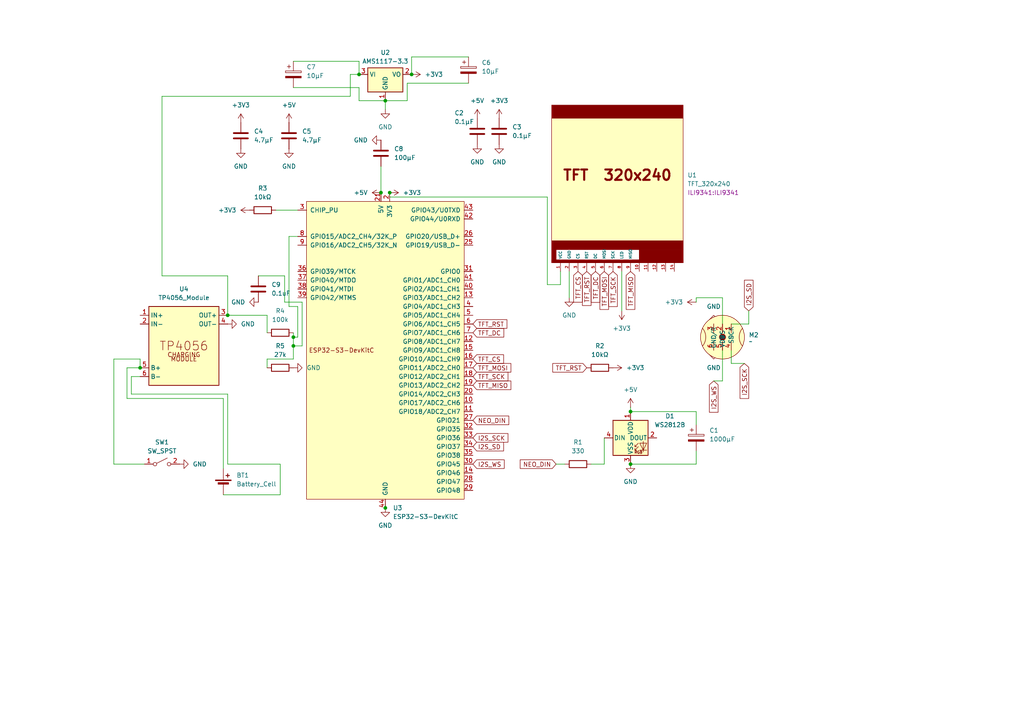
<source format=kicad_sch>
(kicad_sch (version 20231120) (generator "eeschema") (generator_version "8.0")
  (paper "A4")
  (lib_symbols
    (symbol "Device:Battery_Cell" (pin_numbers hide) (pin_names (offset 0) hide)
      (property "Reference" "BT" (at 2.54 2.54 0))
      (property "Value" "Battery_Cell" (at 2.54 0 0))
      (symbol "Battery_Cell_0_1"
        (rectangle (start -2.286 1.778) (end 2.286 1.524) (fill (type outline)))
        (rectangle (start -1.524 1.016) (end 1.524 0.508) (fill (type outline)))
        (polyline (pts (xy 0 0.762) (xy 0 0)))
        (polyline (pts (xy 0 1.778) (xy 0 2.54)))
        (polyline (pts (xy 0.762 3.048) (xy 1.778 3.048)) (stroke (width 0.254)))
        (polyline (pts (xy 1.27 3.556) (xy 1.27 2.54)) (stroke (width 0.254)))
      )
      (symbol "Battery_Cell_1_1"
        (pin passive line (at 0 5.08 270) (length 2.54) (name "+") (number "1"))
        (pin passive line (at 0 -2.54 90) (length 2.54) (name "-") (number "2"))
      )
    )
    (symbol "Device:C" (pin_numbers hide) (pin_names (offset 0.254))
      (property "Reference" "C" (at 0.635 2.54 0))
      (property "Value" "C" (at 0.635 -2.54 0))
      (symbol "C_0_1"
        (polyline (pts (xy -2.032 -0.762) (xy 2.032 -0.762)) (stroke (width 0.508)))
        (polyline (pts (xy -2.032 0.762) (xy 2.032 0.762)) (stroke (width 0.508)))
      )
      (symbol "C_1_1"
        (pin passive line (at 0 3.81 270) (length 2.794) (name "~") (number "1"))
        (pin passive line (at 0 -3.81 90) (length 2.794) (name "~") (number "2"))
      )
    )
    (symbol "Device:C_Polarized" (pin_numbers hide) (pin_names (offset 0.254))
      (property "Reference" "C" (at 0.635 2.54 0))
      (property "Value" "C_Polarized" (at 0.635 -2.54 0))
      (symbol "C_Polarized_0_1"
        (rectangle (start -2.286 0.508) (end 2.286 1.016))
        (polyline (pts (xy -1.778 2.286) (xy -0.762 2.286)))
        (polyline (pts (xy -1.27 2.794) (xy -1.27 1.778)))
        (rectangle (start 2.286 -0.508) (end -2.286 -1.016) (fill (type outline)))
      )
      (symbol "C_Polarized_1_1"
        (pin passive line (at 0 3.81 270) (length 2.794) (name "~") (number "1"))
        (pin passive line (at 0 -3.81 90) (length 2.794) (name "~") (number "2"))
      )
    )
    (symbol "Device:R" (pin_numbers hide) (pin_names (offset 0))
      (property "Reference" "R" (at 2.032 0 90))
      (property "Value" "R" (at 0 0 90))
      (symbol "R_0_1"
        (rectangle (start -1.016 -2.54) (end 1.016 2.54) (stroke (width 0.254)))
      )
      (symbol "R_1_1"
        (pin passive line (at 0 3.81 270) (length 1.27) (name "~") (number "1"))
        (pin passive line (at 0 -3.81 90) (length 1.27) (name "~") (number "2"))
      )
    )
    (symbol "ILI9341:TFT_320x240" (pin_names (offset 1.016))
      (property "Reference" "U?" (at 20.32 25.4001 0))
      (property "Value" "TFT_320x240" (at 20.32 22.8601 0))
      (property "Footprint" "z_Devices:TFT-320x240" (at 20.32 20.3201 0))
      (symbol "TFT_320x240_0_0"
        (text "TFT  320x240" (at 0 25.4 0) (effects (font (size 2.9972 2.9972) (bold yes))))
      )
      (symbol "TFT_320x240_0_1"
        (rectangle (start -19.05 0) (end 19.05 0.8382) (fill (type outline)))
        (rectangle (start -19.05 0) (end 19.05 6.35))
        (rectangle (start -19.05 6.35) (end 19.05 3.81) (fill (type outline)))
        (rectangle (start -19.05 6.35) (end 19.05 41.91) (fill (type background)))
        (rectangle (start -19.05 41.91) (end 19.05 45.72) (fill (type outline)))
        (rectangle (start -17.78 0) (end -19.05 3.81) (fill (type outline)))
        (rectangle (start 19.05 0) (end 6.35 3.81) (fill (type outline)))
      )
      (symbol "TFT_320x240_1_1"
        (pin power_in line (at -16.51 -2.54 90) (length 2.54) (name "VCC") (number "1"))
        (pin bidirectional line (at 6.35 -2.54 90) (length 2.54) (name "~") (number "10"))
        (pin bidirectional line (at 8.89 -2.54 90) (length 2.54) (name "~") (number "11"))
        (pin bidirectional line (at 11.43 -2.54 90) (length 2.54) (name "~") (number "12"))
        (pin bidirectional line (at 13.97 -2.54 90) (length 2.54) (name "~") (number "13"))
        (pin bidirectional line (at 16.51 -2.54 90) (length 2.54) (name "~") (number "14"))
        (pin bidirectional line (at -13.97 -2.54 90) (length 2.54) (name "GND") (number "2"))
        (pin bidirectional line (at -11.43 -2.54 90) (length 2.54) (name "CS") (number "3"))
        (pin bidirectional line (at -8.89 -2.54 90) (length 2.54) (name "RST") (number "4"))
        (pin bidirectional line (at -6.35 -2.54 90) (length 2.54) (name "DC") (number "5"))
        (pin bidirectional line (at -3.81 -2.54 90) (length 2.54) (name "MOSI") (number "6"))
        (pin bidirectional line (at -1.27 -2.54 90) (length 2.54) (name "SCK") (number "7"))
        (pin power_in line (at 1.27 -2.54 90) (length 2.54) (name "LED") (number "8"))
        (pin bidirectional line (at 3.81 -2.54 90) (length 2.54) (name "MISO") (number "9"))
      )
    )
    (symbol "LED:WS2812B" (pin_names (offset 0.254))
      (property "Reference" "D" (at 5.08 5.715 0))
      (property "Value" "WS2812B" (at 1.27 -5.715 0))
      (symbol "WS2812B_0_0"
        (text "RGB" (at 2.286 -4.191 0) (effects (font (size 0.762 0.762))))
      )
      (symbol "WS2812B_0_1"
        (polyline (pts (xy 1.27 -3.556) (xy 1.778 -3.556)))
        (polyline (pts (xy 1.27 -2.54) (xy 1.778 -2.54)))
        (polyline (pts (xy 4.699 -3.556) (xy 2.667 -3.556)))
        (polyline (pts (xy 2.286 -2.54) (xy 1.27 -3.556) (xy 1.27 -3.048)))
        (polyline (pts (xy 2.286 -1.524) (xy 1.27 -2.54) (xy 1.27 -2.032)))
        (polyline (pts (xy 3.683 -1.016) (xy 3.683 -3.556) (xy 3.683 -4.064)))
        (polyline (pts (xy 4.699 -1.524) (xy 2.667 -1.524) (xy 3.683 -3.556) (xy 4.699 -1.524)))
        (rectangle (start 5.08 5.08) (end -5.08 -5.08) (stroke (width 0.254)) (fill (type background)))
      )
      (symbol "WS2812B_1_1"
        (pin power_in line (at 0 7.62 270) (length 2.54) (name "VDD") (number "1"))
        (pin output line (at 7.62 0 180) (length 2.54) (name "DOUT") (number "2"))
        (pin power_in line (at 0 -7.62 90) (length 2.54) (name "VSS") (number "3"))
        (pin input line (at -7.62 0 0) (length 2.54) (name "DIN") (number "4"))
      )
    )
    (symbol "Microphone:INMP441_Microphone_I2S"
      (property "Reference" "M2" (at -7.62 -0.6351 0))
      (property "Value" "~" (at -7.62 1.27 0))
      (symbol "INMP441_Microphone_I2S_1_1"
        (arc (start -5.75 -2.54) (mid -4.8513 0) (end -5.75 2.54))
        (circle (center 0 0) (radius 0.9) (fill (type outline)))
        (circle (center 0 0) (radius 6.35) (fill (type background)))
        (arc (start 5.75 2.54) (mid 4.8513 0) (end 5.75 -2.54))
        (pin bidirectional line (at -2.54 -3.81 90) (length 2.54) (name "SD") (number "1"))
        (pin power_in line (at 0 -3.81 90) (length 2.54) (name "VDD") (number "2"))
        (pin power_in line (at 2.54 -3.81 90) (length 2.54) (name "GND") (number "3"))
        (pin bidirectional line (at -2.54 3.81 270) (length 2.54) (name "SCK") (number "4"))
        (pin bidirectional line (at 0 3.81 270) (length 2.54) (name "WS") (number "5"))
        (pin input line (at 2.54 3.81 270) (length 2.54) (name "L/R") (number "6"))
      )
    )
    (symbol "PCM_Espressif:ESP32-S3-DevKitC" (pin_names (offset 1.016))
      (property "Reference" "U" (at -22.86 48.26 0))
      (property "Value" "ESP32-S3-DevKitC" (at -22.86 45.72 0))
      (symbol "ESP32-S3-DevKitC_0_0"
        (text "ESP32-S3-DevKitC" (at -12.7 0 0) (effects (font (size 1.27 1.27))))
        (pin bidirectional line (at 25.4 -35.56 180) (length 2.54) (name "GPIO46") (number "14"))
        (pin bidirectional line (at 25.4 -10.16 180) (length 2.54) (name "GPIO13/ADC2_CH2") (number "19"))
        (pin bidirectional line (at -25.4 15.24 0) (length 2.54) (name "GPIO42/MTMS") (number "39"))
        (pin bidirectional line (at 25.4 17.78 180) (length 2.54) (name "GPIO2/ADC1_CH1") (number "40"))
        (pin bidirectional line (at 25.4 20.32 180) (length 2.54) (name "GPIO1/ADC1_CH0") (number "41"))
        (pin bidirectional line (at 25.4 38.1 180) (length 2.54) (name "GPIO44/U0RXD") (number "42"))
        (pin bidirectional line (at 25.4 40.64 180) (length 2.54) (name "GPIO43/U0TXD") (number "43"))
        (pin power_in line (at 0 -45.72 90) (length 2.54) (name "GND") (number "44"))
      )
      (symbol "ESP32-S3-DevKitC_0_1"
        (rectangle (start -22.86 43.18) (end 22.86 -43.18) (fill (type background)))
        (pin power_in line (at 1.27 45.72 270) (length 2.54) (name "3V3") (number "2"))
      )
      (symbol "ESP32-S3-DevKitC_1_1"
        (pin passive line (at 1.27 45.72 270) (length 2.54) hide (name "3V3") (number "1"))
        (pin bidirectional line (at 25.4 -15.24 180) (length 2.54) (name "GPIO17/ADC2_CH6") (number "10"))
        (pin bidirectional line (at 25.4 -17.78 180) (length 2.54) (name "GPIO18/ADC2_CH7") (number "11"))
        (pin bidirectional line (at 25.4 2.54 180) (length 2.54) (name "GPIO8/ADC1_CH7") (number "12"))
        (pin bidirectional line (at 25.4 15.24 180) (length 2.54) (name "GPIO3/ADC1_CH2") (number "13"))
        (pin bidirectional line (at 25.4 0 180) (length 2.54) (name "GPIO9/ADC1_CH8") (number "15"))
        (pin bidirectional line (at 25.4 -2.54 180) (length 2.54) (name "GPIO10/ADC1_CH9") (number "16"))
        (pin bidirectional line (at 25.4 -5.08 180) (length 2.54) (name "GPIO11/ADC2_CH0") (number "17"))
        (pin bidirectional line (at 25.4 -7.62 180) (length 2.54) (name "GPIO12/ADC2_CH1") (number "18"))
        (pin bidirectional line (at 25.4 -12.7 180) (length 2.54) (name "GPIO14/ADC2_CH3") (number "20"))
        (pin power_in line (at -1.27 45.72 270) (length 2.54) (name "5V") (number "21"))
        (pin passive line (at 0 -45.72 90) (length 2.54) hide (name "GND") (number "22"))
        (pin passive line (at 0 -45.72 90) (length 2.54) hide (name "GND") (number "23"))
        (pin passive line (at 0 -45.72 90) (length 2.54) hide (name "GND") (number "24"))
        (pin bidirectional line (at 25.4 30.48 180) (length 2.54) (name "GPIO19/USB_D-") (number "25"))
        (pin bidirectional line (at 25.4 33.02 180) (length 2.54) (name "GPIO20/USB_D+") (number "26"))
        (pin bidirectional line (at 25.4 -20.32 180) (length 2.54) (name "GPIO21") (number "27"))
        (pin bidirectional line (at 25.4 -38.1 180) (length 2.54) (name "GPIO47") (number "28"))
        (pin bidirectional line (at 25.4 -40.64 180) (length 2.54) (name "GPIO48") (number "29"))
        (pin input line (at -25.4 40.64 0) (length 2.54) (name "CHIP_PU") (number "3"))
        (pin bidirectional line (at 25.4 -33.02 180) (length 2.54) (name "GPIO45") (number "30"))
        (pin bidirectional line (at 25.4 22.86 180) (length 2.54) (name "GPIO0") (number "31"))
        (pin bidirectional line (at 25.4 -22.86 180) (length 2.54) (name "GPIO35") (number "32"))
        (pin bidirectional line (at 25.4 -25.4 180) (length 2.54) (name "GPIO36") (number "33"))
        (pin bidirectional line (at 25.4 -27.94 180) (length 2.54) (name "GPIO37") (number "34"))
        (pin bidirectional line (at 25.4 -30.48 180) (length 2.54) (name "GPIO38") (number "35"))
        (pin bidirectional line (at -25.4 22.86 0) (length 2.54) (name "GPIO39/MTCK") (number "36"))
        (pin bidirectional line (at -25.4 20.32 0) (length 2.54) (name "GPIO40/MTDO") (number "37"))
        (pin bidirectional line (at -25.4 17.78 0) (length 2.54) (name "GPIO41/MTDI") (number "38"))
        (pin bidirectional line (at 25.4 12.7 180) (length 2.54) (name "GPIO4/ADC1_CH3") (number "4"))
        (pin bidirectional line (at 25.4 10.16 180) (length 2.54) (name "GPIO5/ADC1_CH4") (number "5"))
        (pin bidirectional line (at 25.4 7.62 180) (length 2.54) (name "GPIO6/ADC1_CH5") (number "6"))
        (pin bidirectional line (at 25.4 5.08 180) (length 2.54) (name "GPIO7/ADC1_CH6") (number "7"))
        (pin bidirectional line (at -25.4 33.02 0) (length 2.54) (name "GPIO15/ADC2_CH4/32K_P") (number "8"))
        (pin bidirectional line (at -25.4 30.48 0) (length 2.54) (name "GPIO16/ADC2_CH5/32K_N") (number "9"))
      )
    )
    (symbol "Regulator_Linear:AMS1117-3.3"
      (property "Reference" "U" (at -3.81 3.175 0))
      (property "Value" "AMS1117-3.3" (at 0 3.175 0))
      (symbol "AMS1117-3.3_0_1"
        (rectangle (start -5.08 -5.08) (end 5.08 1.905) (stroke (width 0.254)) (fill (type background)))
      )
      (symbol "AMS1117-3.3_1_1"
        (pin power_in line (at 0 -7.62 90) (length 2.54) (name "GND") (number "1"))
        (pin power_out line (at 7.62 0 180) (length 2.54) (name "VO") (number "2"))
        (pin power_in line (at -7.62 0 0) (length 2.54) (name "VI") (number "3"))
      )
    )
    (symbol "Switch:SW_SPST" (pin_names (offset 0) hide)
      (property "Reference" "SW" (at 0 3.175 0))
      (property "Value" "SW_SPST" (at 0 -2.54 0))
      (symbol "SW_SPST_0_0"
        (circle (center -2.032 0) (radius 0.508))
        (polyline (pts (xy -1.524 0.254) (xy 1.524 1.778)))
        (circle (center 2.032 0) (radius 0.508))
      )
      (symbol "SW_SPST_1_1"
        (pin passive line (at -5.08 0 0) (length 2.54) (name "A") (number "1"))
        (pin passive line (at 5.08 0 180) (length 2.54) (name "B") (number "2"))
      )
    )
    (symbol "power:+3V3" (power) (pin_numbers hide) (pin_names (offset 0) hide)
      (property "Value" "+3V3" (at 0 3.556 0))
      (symbol "+3V3_0_1"
        (polyline (pts (xy -0.762 1.27) (xy 0 2.54)))
        (polyline (pts (xy 0 0) (xy 0 2.54)))
        (polyline (pts (xy 0 2.54) (xy 0.762 1.27)))
      )
      (symbol "+3V3_1_1"
        (pin power_in line (at 0 0 90) (length 0) (name "~") (number "1"))
      )
    )
    (symbol "power:+5V" (power) (pin_numbers hide) (pin_names (offset 0) hide)
      (property "Value" "+5V" (at 0 3.556 0))
      (symbol "+5V_0_1"
        (polyline (pts (xy -0.762 1.27) (xy 0 2.54)))
        (polyline (pts (xy 0 0) (xy 0 2.54)))
        (polyline (pts (xy 0 2.54) (xy 0.762 1.27)))
      )
      (symbol "+5V_1_1"
        (pin power_in line (at 0 0 90) (length 0) (name "~") (number "1"))
      )
    )
    (symbol "power:GND" (power) (pin_numbers hide) (pin_names (offset 0) hide)
      (property "Value" "GND" (at 0 -3.81 0))
      (symbol "GND_0_1"
        (polyline (pts (xy 0 0) (xy 0 -1.27) (xy 1.27 -1.27) (xy 0 -2.54) (xy -1.27 -1.27) (xy 0 -1.27)))
      )
      (symbol "GND_1_1"
        (pin power_in line (at 0 0 270) (length 0) (name "~") (number "1"))
      )
    )
    (symbol "tp4056_symbol:TP4056_Module"
      (property "Reference" "U" (at 0 12.7 0))
      (property "Value" "TP4056_Module" (at 0 -12.7 0))
      (symbol "TP4056_Module_0_1"
        (rectangle (start -10.16 11.43) (end 10.16 -11.43) (stroke (width 0.254)) (fill (type background)))
        (text "CHARGING" (at 0 -2.54 0) (effects (font (size 1.27 1.27))))
        (text "MODULE" (at 0 -3.81 0) (effects (font (size 1.27 1.27))))
        (text "TP4056" (at 0 0 0) (effects (font (size 2.54 2.54))))
      )
      (symbol "TP4056_Module_1_1"
        (pin input line (at -12.7 8.89 0) (length 2.54) (name "IN+") (number "1"))
        (pin input line (at -12.7 6.35 0) (length 2.54) (name "IN-") (number "2"))
        (pin output line (at 12.7 8.89 180) (length 2.54) (name "OUT+") (number "3"))
        (pin output line (at 12.7 6.35 180) (length 2.54) (name "OUT-") (number "4"))
        (pin bidirectional line (at -12.7 -6.35 0) (length 2.54) (name "B+") (number "5"))
        (pin bidirectional line (at -12.7 -8.89 0) (length 2.54) (name "B-") (number "6"))
      )
    )
  )
  (junction (at 66.04 91.44))
  (junction (at 104.14 21.59))
  (junction (at 119.38 21.59))
  (junction (at 40.64 106.68))
  (junction (at 110.49 55.88))
  (junction (at 85.09 100.33))
  (junction (at 111.76 147.32))
  (junction (at 111.76 29.21))
  (junction (at 182.88 119.38))
  (junction (at 113.03 55.88))
  (junction (at 182.88 134.62))
  (junction (at 85.09 97.79))
  (wire (pts (xy 85.09 17.78) (xy 104.14 17.78)))
  (wire (pts (xy 66.04 91.44) (xy 66.04 80.01)))
  (wire (pts (xy 66.04 91.44) (xy 64.77 91.44)))
  (wire (pts (xy 209.55 101.6) (xy 209.55 110.49)))
  (wire (pts (xy 217.17 93.98) (xy 217.17 90.17)))
  (wire (pts (xy 83.82 88.9) (xy 83.82 68.58)))
  (wire (pts (xy 212.09 101.6) (xy 212.09 105.41)))
  (wire (pts (xy 212.09 93.98) (xy 217.17 93.98)))
  (wire (pts (xy 85.09 25.4) (xy 104.14 25.4)))
  (wire (pts (xy 104.14 25.4) (xy 104.14 29.21)))
  (wire (pts (xy 41.91 134.62) (xy 33.02 134.62)))
  (wire (pts (xy 118.11 29.21) (xy 111.76 29.21)))
  (wire (pts (xy 40.64 104.14) (xy 40.64 106.68)))
  (wire (pts (xy 36.83 115.57) (xy 36.83 106.68)))
  (wire (pts (xy 161.29 134.62) (xy 163.83 134.62)))
  (wire (pts (xy 162.56 78.74) (xy 162.56 82.55)))
  (wire (pts (xy 85.09 97.79) (xy 85.09 100.33)))
  (wire (pts (xy 209.55 93.98) (xy 209.55 86.36)))
  (wire (pts (xy 171.45 134.62) (xy 175.26 134.62)))
  (wire (pts (xy 158.75 82.55) (xy 158.75 57.15)))
  (wire (pts (xy 212.09 105.41) (xy 215.9 105.41)))
  (wire (pts (xy 85.09 96.52) (xy 85.09 97.79)))
  (wire (pts (xy 64.77 135.89) (xy 64.77 115.57)))
  (wire (pts (xy 110.49 48.26) (xy 110.49 55.88)))
  (wire (pts (xy 33.02 104.14) (xy 40.64 104.14)))
  (wire (pts (xy 36.83 106.68) (xy 40.64 106.68)))
  (wire (pts (xy 111.76 146.05) (xy 111.76 147.32)))
  (wire (pts (xy 66.04 114.3) (xy 38.1 114.3)))
  (wire (pts (xy 85.09 97.79) (xy 86.36 97.79)))
  (wire (pts (xy 182.88 119.38) (xy 201.93 119.38)))
  (wire (pts (xy 38.1 109.22) (xy 40.64 109.22)))
  (wire (pts (xy 66.04 91.44) (xy 77.47 91.44)))
  (wire (pts (xy 86.36 97.79) (xy 86.36 88.9)))
  (wire (pts (xy 113.03 57.15) (xy 113.03 55.88)))
  (wire (pts (xy 162.56 82.55) (xy 158.75 82.55)))
  (wire (pts (xy 85.09 100.33) (xy 85.09 104.14)))
  (wire (pts (xy 46.99 27.94) (xy 101.6 27.94)))
  (wire (pts (xy 64.77 143.51) (xy 81.28 143.51)))
  (wire (pts (xy 182.88 134.62) (xy 201.93 134.62)))
  (wire (pts (xy 101.6 27.94) (xy 101.6 21.59)))
  (wire (pts (xy 82.55 80.01) (xy 74.93 80.01)))
  (wire (pts (xy 77.47 91.44) (xy 77.47 96.52)))
  (wire (pts (xy 83.82 68.58) (xy 86.36 68.58)))
  (wire (pts (xy 182.88 118.11) (xy 182.88 119.38)))
  (wire (pts (xy 135.89 24.13) (xy 118.11 24.13)))
  (wire (pts (xy 118.11 24.13) (xy 118.11 29.21)))
  (wire (pts (xy 158.75 57.15) (xy 113.03 57.15)))
  (wire (pts (xy 165.1 78.74) (xy 165.1 86.36)))
  (wire (pts (xy 66.04 80.01) (xy 46.99 80.01)))
  (wire (pts (xy 80.01 60.96) (xy 86.36 60.96)))
  (wire (pts (xy 119.38 16.51) (xy 119.38 21.59)))
  (wire (pts (xy 209.55 110.49) (xy 207.01 110.49)))
  (wire (pts (xy 85.09 100.33) (xy 87.63 100.33)))
  (wire (pts (xy 135.89 16.51) (xy 119.38 16.51)))
  (wire (pts (xy 77.47 104.14) (xy 77.47 106.68)))
  (wire (pts (xy 85.09 104.14) (xy 77.47 104.14)))
  (wire (pts (xy 46.99 80.01) (xy 46.99 27.94)))
  (wire (pts (xy 86.36 88.9) (xy 83.82 88.9)))
  (wire (pts (xy 201.93 134.62) (xy 201.93 130.81)))
  (wire (pts (xy 66.04 134.62) (xy 66.04 114.3)))
  (wire (pts (xy 201.93 86.36) (xy 201.93 87.63)))
  (wire (pts (xy 180.34 78.74) (xy 180.34 90.17)))
  (wire (pts (xy 82.55 87.63) (xy 82.55 80.01)))
  (wire (pts (xy 38.1 114.3) (xy 38.1 109.22)))
  (wire (pts (xy 104.14 29.21) (xy 111.76 29.21)))
  (wire (pts (xy 33.02 134.62) (xy 33.02 104.14)))
  (wire (pts (xy 209.55 86.36) (xy 201.93 86.36)))
  (wire (pts (xy 87.63 87.63) (xy 82.55 87.63)))
  (wire (pts (xy 104.14 17.78) (xy 104.14 21.59)))
  (wire (pts (xy 87.63 100.33) (xy 87.63 87.63)))
  (wire (pts (xy 175.26 127) (xy 175.26 134.62)))
  (wire (pts (xy 81.28 143.51) (xy 81.28 134.62)))
  (wire (pts (xy 111.76 29.21) (xy 111.76 31.75)))
  (wire (pts (xy 201.93 119.38) (xy 201.93 123.19)))
  (wire (pts (xy 81.28 134.62) (xy 66.04 134.62)))
  (wire (pts (xy 101.6 21.59) (xy 104.14 21.59)))
  (wire (pts (xy 64.77 115.57) (xy 36.83 115.57)))
  (global_label "TFT_SCK" (shape input) (at 137.16 109.22 0) (property "Intersheetrefs" "${INTERSHEET_REFS}" (effects (hide yes))))
  (global_label "I2S_SCK" (shape input) (at 137.16 127 0) (property "Intersheetrefs" "${INTERSHEET_REFS}" (effects (hide yes))))
  (global_label "TFT_RST" (shape input) (at 137.16 93.98 0) (property "Intersheetrefs" "${INTERSHEET_REFS}" (effects (hide yes))))
  (global_label "I2S_SCK" (shape input) (at 215.9 105.41 270) (property "Intersheetrefs" "${INTERSHEET_REFS}" (effects (hide yes))))
  (global_label "TFT_RST" (shape input) (at 170.18 106.68 180) (property "Intersheetrefs" "${INTERSHEET_REFS}" (effects (hide yes))))
  (global_label "TFT_DC" (shape input) (at 172.72 78.74 270) (property "Intersheetrefs" "${INTERSHEET_REFS}" (effects (hide yes))))
  (global_label "TFT_MISO" (shape input) (at 182.88 78.74 270) (property "Intersheetrefs" "${INTERSHEET_REFS}" (effects (hide yes))))
  (global_label "I2S_SD" (shape input) (at 137.16 129.54 0) (property "Intersheetrefs" "${INTERSHEET_REFS}" (effects (hide yes))))
  (global_label "I2S_WS" (shape input) (at 207.01 110.49 270) (property "Intersheetrefs" "${INTERSHEET_REFS}" (effects (hide yes))))
  (global_label "TFT_CS" (shape input) (at 137.16 104.14 0) (property "Intersheetrefs" "${INTERSHEET_REFS}" (effects (hide yes))))
  (global_label "TFT_MOSI" (shape input) (at 137.16 106.68 0) (property "Intersheetrefs" "${INTERSHEET_REFS}" (effects (hide yes))))
  (global_label "TFT_MOSI" (shape input) (at 175.26 78.74 270) (property "Intersheetrefs" "${INTERSHEET_REFS}" (effects (hide yes))))
  (global_label "NEO_DIN" (shape input) (at 161.29 134.62 180) (property "Intersheetrefs" "${INTERSHEET_REFS}" (effects (hide yes))))
  (global_label "TFT_MISO" (shape input) (at 137.16 111.76 0) (property "Intersheetrefs" "${INTERSHEET_REFS}" (effects (hide yes))))
  (global_label "NEO_DIN" (shape input) (at 137.16 121.92 0) (property "Intersheetrefs" "${INTERSHEET_REFS}" (effects (hide yes))))
  (global_label "I2S_SD" (shape input) (at 217.17 90.17 90) (property "Intersheetrefs" "${INTERSHEET_REFS}" (effects (hide yes))))
  (global_label "TFT_DC" (shape input) (at 137.16 96.52 0) (property "Intersheetrefs" "${INTERSHEET_REFS}" (effects (hide yes))))
  (global_label "I2S_WS" (shape input) (at 137.16 134.62 0) (property "Intersheetrefs" "${INTERSHEET_REFS}" (effects (hide yes))))
  (global_label "TFT_CS" (shape input) (at 167.64 78.74 270) (property "Intersheetrefs" "${INTERSHEET_REFS}" (effects (hide yes))))
  (global_label "TFT_RST" (shape input) (at 170.18 78.74 270) (property "Intersheetrefs" "${INTERSHEET_REFS}" (effects (hide yes))))
  (global_label "TFT_SCK" (shape input) (at 177.8 78.74 270) (property "Intersheetrefs" "${INTERSHEET_REFS}" (effects (hide yes))))
  (symbol (lib_id "Device:C_Polarized") (at 85.09 21.59 0) (unit 1)
    (property "Reference" "C7" (at 88.9 19.4309 0) (effects (justify left)))
    (property "Value" "10µF" (at 88.9 21.9709 0) (effects (justify left)))
    (property "Footprint" "Capacitor_THT:C_Disc_D5.0mm_W2.5mm_P5.00mm" (effects (hide yes)))
    (property "Description" "Polarized capacitor" (effects (hide yes)))
  )
  (symbol (lib_id "power:GND") (at 207.01 101.6 0) (unit 1)
    (property "Reference" "#PWR07" (effects (hide yes)))
    (property "Value" "GND" (at 207.01 106.68 0))
    (property "Description" "Power symbol creates a global label with name \"GND\" , ground" (effects (hide yes)))
  )
  (symbol (lib_id "Device:R") (at 173.99 106.68 90) (unit 1)
    (property "Reference" "R2" (at 173.99 100.33 90))
    (property "Value" "10kΩ" (at 173.99 102.87 90))
    (property "Footprint" "Resistor_THT:R_Axial_DIN0207_L6.3mm_D2.5mm_P7.62mm_Horizontal" (effects (hide yes)))
    (property "Description" "Resistor" (effects (hide yes)))
  )
  (symbol (lib_id "power:+3V3") (at 113.03 55.88 270) (unit 1)
    (property "Reference" "#PWR02" (effects (hide yes)))
    (property "Value" "+3V3" (at 116.84 55.8799 90) (effects (justify left)))
    (property "Description" "Power symbol creates a global label with name \"+3V3\"" (effects (hide yes)))
  )
  (symbol (lib_id "Switch:SW_SPST") (at 46.99 134.62 0) (unit 1)
    (property "Reference" "SW1" (at 46.99 128.27 0))
    (property "Value" "SW_SPST" (at 46.99 130.81 0))
    (property "Footprint" "Button_Switch_THT:SW_DIP_SPSTx01_Slide_6.7x4.1mm_W7.62mm_P2.54mm_LowProfile" (effects (hide yes)))
    (property "Description" "Single Pole Single Throw (SPST) switch" (effects (hide yes)))
  )
  (symbol (lib_id "power:+3V3") (at 177.8 106.68 270) (unit 1)
    (property "Reference" "#PWR021" (effects (hide yes)))
    (property "Value" "+3V3" (at 181.61 106.6799 90) (effects (justify left)))
    (property "Description" "Power symbol creates a global label with name \"+3V3\"" (effects (hide yes)))
  )
  (symbol (lib_id "Device:C") (at 83.82 39.37 0) (unit 1)
    (property "Reference" "C5" (at 87.63 38.0999 0) (effects (justify left)))
    (property "Value" "4.7µF" (at 87.63 40.6399 0) (effects (justify left)))
    (property "Footprint" "Capacitor_THT:C_Disc_D5.0mm_W2.5mm_P5.00mm" (effects (hide yes)))
    (property "Description" "Unpolarized capacitor" (effects (hide yes)))
  )
  (symbol (lib_id "power:GND") (at 138.43 41.91 0) (unit 1)
    (property "Reference" "#PWR014" (effects (hide yes)))
    (property "Value" "GND" (at 138.43 46.99 0))
    (property "Description" "Power symbol creates a global label with name \"GND\" , ground" (effects (hide yes)))
  )
  (symbol (lib_id "power:+5V") (at 110.49 55.88 90) (unit 1)
    (property "Reference" "#PWR024" (effects (hide yes)))
    (property "Value" "+5V" (at 106.68 55.8799 90) (effects (justify left)))
    (property "Description" "Power symbol creates a global label with name \"+5V\"" (effects (hide yes)))
  )
  (symbol (lib_id "power:GND") (at 165.1 86.36 0) (unit 1)
    (property "Reference" "#PWR010" (effects (hide yes)))
    (property "Value" "GND" (at 165.1 91.44 0))
    (property "Description" "Power symbol creates a global label with name \"GND\" , ground" (effects (hide yes)))
  )
  (symbol (lib_id "power:GND") (at 144.78 41.91 0) (unit 1)
    (property "Reference" "#PWR015" (effects (hide yes)))
    (property "Value" "GND" (at 144.78 46.99 0))
    (property "Description" "Power symbol creates a global label with name \"GND\" , ground" (effects (hide yes)))
  )
  (symbol (lib_id "Device:C") (at 110.49 44.45 0) (unit 1)
    (property "Reference" "C8" (at 114.3 43.1799 0) (effects (justify left)))
    (property "Value" "100µF" (at 114.3 45.7199 0) (effects (justify left)))
    (property "Footprint" "Capacitor_THT:C_Disc_D5.0mm_W2.5mm_P5.00mm" (effects (hide yes)))
    (property "Description" "Unpolarized capacitor" (effects (hide yes)))
  )
  (symbol (lib_id "Device:R") (at 81.28 106.68 90) (unit 1)
    (property "Reference" "R5" (at 81.28 100.33 90))
    (property "Value" "27k" (at 81.28 102.87 90))
    (property "Footprint" "Resistor_THT:R_Axial_DIN0207_L6.3mm_D2.5mm_P7.62mm_Horizontal" (effects (hide yes)))
    (property "Description" "Resistor" (effects (hide yes)))
  )
  (symbol (lib_id "PCM_Espressif:ESP32-S3-DevKitC") (at 111.76 101.6 0) (unit 1)
    (property "Reference" "U3" (at 113.9541 147.32 0) (effects (justify left)))
    (property "Value" "ESP32-S3-DevKitC" (at 113.9541 149.86 0) (effects (justify left)))
    (property "Footprint" "PCM_Espressif:ESP32-S3-DevKitC" (effects (hide yes)))
    (property "Description" "ESP32-S3-DevKitC" (effects (hide yes)))
  )
  (symbol (lib_id "power:+3V3") (at 69.85 35.56 0) (unit 1)
    (property "Reference" "#PWR011" (effects (hide yes)))
    (property "Value" "+3V3" (at 69.85 30.48 0))
    (property "Description" "Power symbol creates a global label with name \"+3V3\"" (effects (hide yes)))
  )
  (symbol (lib_id "Device:C") (at 138.43 38.1 0) (unit 1)
    (property "Reference" "C2" (at 131.826 32.766 0) (effects (justify left)))
    (property "Value" "0.1µF" (at 131.826 35.306 0) (effects (justify left)))
    (property "Footprint" "Capacitor_THT:C_Disc_D5.0mm_W2.5mm_P5.00mm" (effects (hide yes)))
    (property "Description" "Unpolarized capacitor" (effects (hide yes)))
  )
  (symbol (lib_id "power:GND") (at 85.09 106.68 90) (unit 1)
    (property "Reference" "#PWR027" (effects (hide yes)))
    (property "Value" "GND" (at 88.9 106.6799 90) (effects (justify right)))
    (property "Description" "Power symbol creates a global label with name \"GND\" , ground" (effects (hide yes)))
  )
  (symbol (lib_id "power:GND") (at 83.82 43.18 0) (unit 1)
    (property "Reference" "#PWR013" (effects (hide yes)))
    (property "Value" "GND" (at 83.82 48.26 0))
    (property "Description" "Power symbol creates a global label with name \"GND\" , ground" (effects (hide yes)))
  )
  (symbol (lib_id "Device:C") (at 144.78 38.1 0) (unit 1)
    (property "Reference" "C3" (at 148.59 36.8299 0) (effects (justify left)))
    (property "Value" "0.1µF" (at 148.59 39.3699 0) (effects (justify left)))
    (property "Footprint" "Capacitor_THT:C_Disc_D5.0mm_W2.5mm_P5.00mm" (effects (hide yes)))
    (property "Description" "Unpolarized capacitor" (effects (hide yes)))
  )
  (symbol (lib_id "power:GND") (at 74.93 87.63 270) (unit 1)
    (property "Reference" "#PWR028" (effects (hide yes)))
    (property "Value" "GND" (at 71.12 87.6299 90) (effects (justify right)))
    (property "Description" "Power symbol creates a global label with name \"GND\" , ground" (effects (hide yes)))
  )
  (symbol (lib_id "tp4056_symbol:TP4056_Module") (at 53.34 100.33 0) (unit 1)
    (property "Reference" "U4" (at 53.34 83.82 0))
    (property "Value" "TP4056_Module" (at 53.34 86.36 0))
    (property "Footprint" "TP4056:TP4056" (effects (hide yes)))
    (property "Description" "TP4056 Li-Ion Battery Charging Module" (effects (hide yes)))
  )
  (symbol (lib_id "Regulator_Linear:AMS1117-3.3") (at 111.76 21.59 0) (unit 1)
    (property "Reference" "U2" (at 111.76 15.24 0))
    (property "Value" "AMS1117-3.3" (at 111.76 17.78 0))
    (property "Footprint" "AMS:SOT229P700X180-4N" (effects (hide yes)))
    (property "Datasheet" "http://www.advanced-monolithic.com/pdf/ds1117.pdf" (effects (hide yes)))
    (property "Description" "1A Low Dropout regulator, positive, 3.3V fixed output, SOT-223" (effects (hide yes)))
  )
  (symbol (lib_id "power:+3V3") (at 201.93 87.63 90) (unit 1)
    (property "Reference" "#PWR08" (effects (hide yes)))
    (property "Value" "+3V3" (at 198.12 87.6299 90) (effects (justify left)))
    (property "Description" "Power symbol creates a global label with name \"+3V3\"" (effects (hide yes)))
  )
  (symbol (lib_id "Device:C") (at 69.85 39.37 0) (unit 1)
    (property "Reference" "C4" (at 73.66 38.0999 0) (effects (justify left)))
    (property "Value" "4.7µF" (at 73.66 40.6399 0) (effects (justify left)))
    (property "Footprint" "Capacitor_THT:C_Disc_D5.0mm_W2.5mm_P5.00mm" (effects (hide yes)))
    (property "Description" "Unpolarized capacitor" (effects (hide yes)))
  )
  (symbol (lib_id "power:GND") (at 66.04 93.98 90) (unit 1)
    (property "Reference" "#PWR026" (effects (hide yes)))
    (property "Value" "GND" (at 69.85 93.9799 90) (effects (justify right)))
    (property "Description" "Power symbol creates a global label with name \"GND\" , ground" (effects (hide yes)))
  )
  (symbol (lib_id "Device:C") (at 74.93 83.82 0) (unit 1)
    (property "Reference" "C9" (at 78.74 82.5499 0) (effects (justify left)))
    (property "Value" "0.1uF" (at 78.74 85.0899 0) (effects (justify left)))
    (property "Footprint" "Capacitor_THT:C_Disc_D5.0mm_W2.5mm_P5.00mm" (effects (hide yes)))
    (property "Description" "Unpolarized capacitor" (effects (hide yes)))
  )
  (symbol (lib_id "power:GND") (at 111.76 147.32 0) (unit 1)
    (property "Reference" "#PWR05" (effects (hide yes)))
    (property "Value" "GND" (at 111.76 152.4 0))
    (property "Description" "Power symbol creates a global label with name \"GND\" , ground" (effects (hide yes)))
  )
  (symbol (lib_id "power:+3V3") (at 180.34 90.17 180) (unit 1)
    (property "Reference" "#PWR01" (effects (hide yes)))
    (property "Value" "+3V3" (at 180.34 95.25 0))
    (property "Description" "Power symbol creates a global label with name \"+3V3\"" (effects (hide yes)))
  )
  (symbol (lib_id "power:GND") (at 69.85 43.18 0) (unit 1)
    (property "Reference" "#PWR012" (effects (hide yes)))
    (property "Value" "GND" (at 69.85 48.26 0))
    (property "Description" "Power symbol creates a global label with name \"GND\" , ground" (effects (hide yes)))
  )
  (symbol (lib_id "power:+3V3") (at 144.78 34.29 0) (unit 1)
    (property "Reference" "#PWR016" (effects (hide yes)))
    (property "Value" "+3V3" (at 144.78 29.21 0))
    (property "Description" "Power symbol creates a global label with name \"+3V3\"" (effects (hide yes)))
  )
  (symbol (lib_id "power:GND") (at 52.07 134.62 90) (unit 1)
    (property "Reference" "#PWR09" (effects (hide yes)))
    (property "Value" "GND" (at 55.88 134.6199 90) (effects (justify right)))
    (property "Description" "Power symbol creates a global label with name \"GND\" , ground" (effects (hide yes)))
  )
  (symbol (lib_id "power:+3V3") (at 72.39 60.96 90) (unit 1)
    (property "Reference" "#PWR025" (effects (hide yes)))
    (property "Value" "+3V3" (at 68.58 60.9599 90) (effects (justify left)))
    (property "Description" "Power symbol creates a global label with name \"+3V3\"" (effects (hide yes)))
  )
  (symbol (lib_id "power:+5V") (at 83.82 35.56 0) (unit 1)
    (property "Reference" "#PWR017" (effects (hide yes)))
    (property "Value" "+5V" (at 83.82 30.48 0))
    (property "Description" "Power symbol creates a global label with name \"+5V\"" (effects (hide yes)))
  )
  (symbol (lib_id "Microphone:INMP441_Microphone_I2S") (at 209.55 97.79 180) (unit 1)
    (property "Reference" "M2" (at 217.17 97.1549 0) (effects (justify right)))
    (property "Value" "~" (at 217.17 99.06 0) (effects (justify right)))
    (property "Footprint" "INMP441:Mic_INMP441_Custom" (effects (hide yes)))
  )
  (symbol (lib_id "power:+5V") (at 182.88 118.11 0) (unit 1)
    (property "Reference" "#PWR04" (effects (hide yes)))
    (property "Value" "+5V" (at 182.88 113.03 0))
    (property "Description" "Power symbol creates a global label with name \"+5V\"" (effects (hide yes)))
  )
  (symbol (lib_id "Device:R") (at 167.64 134.62 90) (unit 1)
    (property "Reference" "R1" (at 167.64 128.27 90))
    (property "Value" "330" (at 167.64 130.81 90))
    (property "Footprint" "Resistor_THT:R_Axial_DIN0207_L6.3mm_D2.5mm_P7.62mm_Horizontal" (effects (hide yes)))
    (property "Description" "Resistor" (effects (hide yes)))
  )
  (symbol (lib_id "Device:C_Polarized") (at 201.93 127 0) (unit 1)
    (property "Reference" "C1" (at 205.74 124.8409 0) (effects (justify left)))
    (property "Value" "1000µF" (at 205.74 127.3809 0) (effects (justify left)))
    (property "Footprint" "Capacitor_THT:CP_Radial_D10.0mm_P5.00mm" (effects (hide yes)))
    (property "Description" "Polarized capacitor" (effects (hide yes)))
  )
  (symbol (lib_id "power:GND") (at 182.88 134.62 0) (unit 1)
    (property "Reference" "#PWR023" (effects (hide yes)))
    (property "Value" "GND" (at 182.88 139.7 0))
    (property "Description" "Power symbol creates a global label with name \"GND\" , ground" (effects (hide yes)))
  )
  (symbol (lib_id "ILI9341:TFT_320x240") (at 179.07 76.2 0) (unit 1)
    (property "Reference" "U1" (at 199.39 50.7999 0) (effects (justify left)))
    (property "Value" "TFT_320x240" (at 199.39 53.3399 0) (effects (justify left)))
    (property "Footprint" "ILI9341:ILI9341" (at 199.39 55.8799 0) (effects (justify left)))
  )
  (symbol (lib_id "Device:R") (at 76.2 60.96 90) (unit 1)
    (property "Reference" "R3" (at 76.2 54.61 90))
    (property "Value" "10kΩ" (at 76.2 57.15 90))
    (property "Footprint" "Resistor_THT:R_Axial_DIN0207_L6.3mm_D2.5mm_P7.62mm_Horizontal" (effects (hide yes)))
    (property "Description" "Resistor" (effects (hide yes)))
  )
  (symbol (lib_id "power:+3V3") (at 119.38 21.59 270) (unit 1)
    (property "Reference" "#PWR019" (effects (hide yes)))
    (property "Value" "+3V3" (at 123.19 21.5899 90) (effects (justify left)))
    (property "Description" "Power symbol creates a global label with name \"+3V3\"" (effects (hide yes)))
  )
  (symbol (lib_id "power:GND") (at 207.01 93.98 180) (unit 1)
    (property "Reference" "#PWR06" (effects (hide yes)))
    (property "Value" "GND" (at 207.01 88.9 0))
    (property "Description" "Power symbol creates a global label with name \"GND\" , ground" (effects (hide yes)))
  )
  (symbol (lib_id "power:+5V") (at 138.43 34.29 0) (unit 1)
    (property "Reference" "#PWR018" (effects (hide yes)))
    (property "Value" "+5V" (at 138.43 29.21 0))
    (property "Description" "Power symbol creates a global label with name \"+5V\"" (effects (hide yes)))
  )
  (symbol (lib_id "Device:R") (at 81.28 96.52 90) (unit 1)
    (property "Reference" "R4" (at 81.28 90.17 90))
    (property "Value" "100k" (at 81.28 92.71 90))
    (property "Footprint" "Resistor_THT:R_Axial_DIN0207_L6.3mm_D2.5mm_P7.62mm_Horizontal" (effects (hide yes)))
    (property "Description" "Resistor" (effects (hide yes)))
  )
  (symbol (lib_id "power:GND") (at 110.49 40.64 270) (unit 1)
    (property "Reference" "#PWR022" (effects (hide yes)))
    (property "Value" "GND" (at 106.68 40.6399 90) (effects (justify right)))
    (property "Description" "Power symbol creates a global label with name \"GND\" , ground" (effects (hide yes)))
  )
  (symbol (lib_id "power:GND") (at 111.76 31.75 0) (unit 1)
    (property "Reference" "#PWR03" (effects (hide yes)))
    (property "Value" "GND" (at 111.76 36.83 0))
    (property "Description" "Power symbol creates a global label with name \"GND\" , ground" (effects (hide yes)))
  )
  (symbol (lib_id "Device:Battery_Cell") (at 64.77 140.97 0) (unit 1)
    (property "Reference" "BT1" (at 68.58 137.8584 0) (effects (justify left)))
    (property "Value" "Battery_Cell" (at 68.58 140.3984 0) (effects (justify left)))
    (property "Footprint" "Battery:BatteryHolder_Keystone_1042_1x18650" (effects (hide yes)))
    (property "Description" "Single-cell battery" (effects (hide yes)))
  )
  (symbol (lib_id "LED:WS2812B") (at 182.88 127 0) (unit 1)
    (property "Reference" "D1" (at 194.31 120.6814 0))
    (property "Value" "WS2812B" (at 194.31 123.2214 0))
    (property "Footprint" "LED_SMD:LED_WS2812B_PLCC4_5.0x5.0mm_P3.2mm" (effects (hide yes)))
    (property "Datasheet" "https://cdn-shop.adafruit.com/datasheets/WS2812B.pdf" (effects (hide yes)))
    (property "Description" "RGB LED with integrated controller" (effects (hide yes)))
  )
  (symbol (lib_id "Device:C_Polarized") (at 135.89 20.32 0) (unit 1)
    (property "Reference" "C6" (at 139.7 18.1609 0) (effects (justify left)))
    (property "Value" "10µF" (at 139.7 20.7009 0) (effects (justify left)))
    (property "Footprint" "Capacitor_THT:C_Disc_D5.0mm_W2.5mm_P5.00mm" (effects (hide yes)))
    (property "Description" "Polarized capacitor" (effects (hide yes)))
  )
)
</source>
